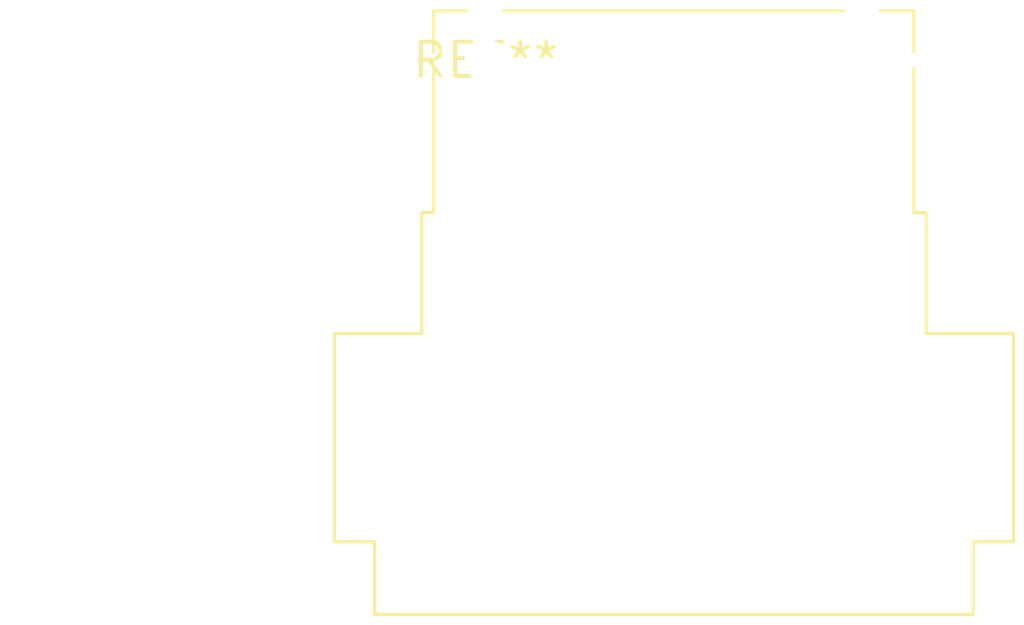
<source format=kicad_pcb>
(kicad_pcb (version 20240108) (generator pcbnew)
  (layers (0 "F.Cu" signal) (31 "B.Cu" signal) (34 "B.Paste" user) (35 "F.Paste" user) (36 "B.SilkS" user "B.Silkscreen") (37 "F.SilkS" user "F.Silkscreen") (38 "B.Mask" user) (39 "F.Mask" user) (44 "Edge.Cuts" user))
  (net 0 "")
  (footprint "Jack_XLR_Neutrik_NC4MBH_Horizontal" (layer "F.Cu") (at 0 0)
    (property "Reference" "REF**")
    (property "Value" "Jack_XLR_Neutrik_NC4MBH_Horizontal")
    (fp_line (start -5.64 10.16) (end -2.39 10.16) (layer "F.SilkS") (stroke (width 0.12)))
    (fp_line (start -5.64 17.9) (end -5.64 10.16) (layer "F.SilkS") (stroke (width 0.12)))
    (fp_line (start -4.14 17.9) (end -5.64 17.9) (layer "F.SilkS") (stroke (width 0.12)))
    (fp_line (start -4.14 17.9) (end -4.14 20.6) (layer "F.SilkS") (stroke (width 0.12)))
    (fp_line (start -2.39 10.16) (end -2.39 5.66) (layer "F.SilkS") (stroke (width 0.12)))
    (fp_line (start -1.94 -1.84) (end -1.94 -0.3) (layer "F.SilkS") (stroke (width 0.12)))
    (fp_line (start -1.94 -1.84) (end -0.7 -1.84) (layer "F.SilkS") (stroke (width 0.12)))
    (fp_line (start -1.94 5.66) (end -2.39 5.66) (layer "F.SilkS") (stroke (width 0.12)))
    (fp_line (start -1.94 5.66) (end -1.94 0.3) (layer "F.SilkS") (stroke (width 0.12)))
    (fp_line (start 13.3 -1.84) (end 0.66 -1.84) (layer "F.SilkS") (stroke (width 0.12)))
    (fp_line (start 15.9 -1.84) (end 14.66 -1.84) (layer "F.SilkS") (stroke (width 0.12)))
    (fp_line (start 15.9 -1.84) (end 15.9 -0.3) (layer "F.SilkS") (stroke (width 0.12)))
    (fp_line (start 15.9 5.66) (end 15.9 0.3) (layer "F.SilkS") (stroke (width 0.12)))
    (fp_line (start 15.9 5.66) (end 16.35 5.66) (layer "F.SilkS") (stroke (width 0.12)))
    (fp_line (start 16.35 10.16) (end 16.35 5.66) (layer "F.SilkS") (stroke (width 0.12)))
    (fp_line (start 16.35 10.16) (end 19.6 10.16) (layer "F.SilkS") (stroke (width 0.12)))
    (fp_line (start 18.1 17.9) (end 18.1 20.6) (layer "F.SilkS") (stroke (width 0.12)))
    (fp_line (start 18.1 20.6) (end -4.14 20.6) (layer "F.SilkS") (stroke (width 0.12)))
    (fp_line (start 19.6 17.9) (end 18.1 17.9) (layer "F.SilkS") (stroke (width 0.12)))
    (fp_line (start 19.6 17.9) (end 19.6 10.16) (layer "F.SilkS") (stroke (width 0.12)))
    (pad "" np_thru_hole circle (at 3.17 8.89) (size 1.6 1.6) (drill 1.6) (layers *.Cu *.Mask))
    (pad "" np_thru_hole circle (at 10.79 13.97) (size 1.6 1.6) (drill 1.6) (layers *.Cu *.Mask))
    (pad "1" thru_hole circle (at 0 0) (size 3.4 3.4) (drill 1.6) (layers *.Cu *.Mask) (remove_unused_layers))
    (pad "2" thru_hole circle (at 3.17 5.08) (size 2.9 2.9) (drill 1.2) (layers *.Cu *.Mask) (remove_unused_layers))
    (pad "3" thru_hole circle (at 10.79 5.08) (size 2.9 2.9) (drill 1.2) (layers *.Cu *.Mask) (remove_unused_layers))
    (pad "4" thru_hole circle (at 13.96 0) (size 3.4 3.4) (drill 1.6) (layers *.Cu *.Mask) (remove_unused_layers))
    (pad "G" thru_hole circle (at 6.98 5.08) (size 2.9 2.9) (drill 1.2) (layers *.Cu *.Mask) (remove_unused_layers))
  )
)
</source>
